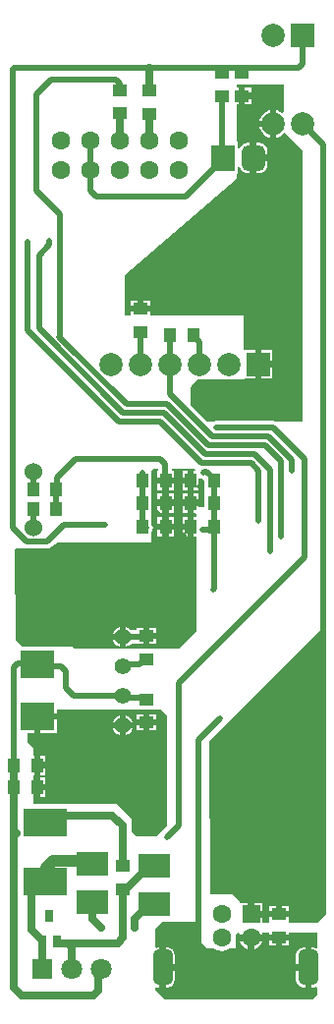
<source format=gbl>
G04*
G04 #@! TF.GenerationSoftware,Altium Limited,Altium Designer,19.1.5 (86)*
G04*
G04 Layer_Physical_Order=2*
G04 Layer_Color=16711680*
%FSLAX44Y44*%
%MOMM*%
G71*
G01*
G75*
%ADD10C,1.0000*%
%ADD15C,0.3000*%
%ADD19R,1.3000X1.0000*%
%ADD21R,3.0000X2.4000*%
%ADD24R,1.0000X1.3000*%
%ADD67C,0.5500*%
%ADD68C,1.6000*%
%ADD69C,2.0000*%
%ADD70R,2.0000X2.0000*%
%ADD71C,1.5240*%
%ADD72C,1.4000*%
%ADD73C,1.8000*%
%ADD74R,1.8000X1.8000*%
%ADD75R,1.6000X1.6000*%
G04:AMPARAMS|DCode=76|XSize=1.7mm|YSize=3mm|CornerRadius=0.425mm|HoleSize=0mm|Usage=FLASHONLY|Rotation=0.000|XOffset=0mm|YOffset=0mm|HoleType=Round|Shape=RoundedRectangle|*
%AMROUNDEDRECTD76*
21,1,1.7000,2.1500,0,0,0.0*
21,1,0.8500,3.0000,0,0,0.0*
1,1,0.8500,0.4250,-1.0750*
1,1,0.8500,-0.4250,-1.0750*
1,1,0.8500,-0.4250,1.0750*
1,1,0.8500,0.4250,1.0750*
%
%ADD76ROUNDEDRECTD76*%
%ADD77C,0.5000*%
%ADD78R,2.0000X2.2000*%
G04:AMPARAMS|DCode=79|XSize=2mm|YSize=2.2mm|CornerRadius=0.5mm|HoleSize=0mm|Usage=FLASHONLY|Rotation=180.000|XOffset=0mm|YOffset=0mm|HoleType=Round|Shape=RoundedRectangle|*
%AMROUNDEDRECTD79*
21,1,2.0000,1.2000,0,0,180.0*
21,1,1.0000,2.2000,0,0,180.0*
1,1,1.0000,-0.5000,0.6000*
1,1,1.0000,0.5000,0.6000*
1,1,1.0000,0.5000,-0.6000*
1,1,1.0000,-0.5000,-0.6000*
%
%ADD79ROUNDEDRECTD79*%
%ADD80R,0.8000X1.0000*%
%ADD81R,2.7000X2.0000*%
%ADD82R,3.7000X2.4500*%
%ADD83C,0.7000*%
G36*
X1390650Y975105D02*
X1389380Y974479D01*
X1387812Y975682D01*
X1384893Y976891D01*
X1384510Y976942D01*
Y965200D01*
Y953458D01*
X1384893Y953509D01*
X1387812Y954718D01*
X1390318Y956641D01*
X1390835Y957315D01*
X1392102Y957398D01*
X1407160Y942340D01*
X1407160Y708660D01*
X1384507D01*
X1384003Y708996D01*
X1381760Y709443D01*
X1332230D01*
X1329987Y708996D01*
X1329483Y708660D01*
X1324834D01*
X1310640Y722855D01*
X1310640Y737870D01*
X1313180Y741680D01*
X1316774Y745274D01*
X1318260Y745078D01*
X1321391Y745490D01*
X1340529D01*
X1343660Y745078D01*
X1346791Y745490D01*
X1356360Y745490D01*
X1357340Y746190D01*
X1357630Y746190D01*
X1366310D01*
Y758190D01*
Y770190D01*
X1357630D01*
X1357060Y770190D01*
X1356360Y771170D01*
Y800114D01*
X1275960D01*
Y803380D01*
X1267460D01*
X1258960D01*
Y800114D01*
X1253604D01*
Y834741D01*
X1350010Y918210D01*
Y921990D01*
X1351580D01*
Y927860D01*
X1352760Y928163D01*
X1353466Y926460D01*
X1354588Y924997D01*
X1356050Y923876D01*
X1357753Y923170D01*
X1359580Y922930D01*
X1361830D01*
Y935990D01*
Y949050D01*
X1359580D01*
X1357753Y948810D01*
X1356050Y948104D01*
X1354588Y946982D01*
X1353466Y945520D01*
X1352760Y943817D01*
X1351580Y944120D01*
Y949990D01*
X1350010D01*
Y982330D01*
X1351853D01*
Y989330D01*
Y996330D01*
X1350010D01*
Y999490D01*
X1390650D01*
X1390650Y975105D01*
D02*
G37*
G36*
X1282996Y668020D02*
Y666360D01*
X1282050D01*
Y660610D01*
X1289050D01*
X1296050D01*
Y666360D01*
X1294721D01*
Y668020D01*
X1314330Y668020D01*
X1314624Y667630D01*
X1313990Y666360D01*
X1313390D01*
Y657860D01*
Y649360D01*
X1317640D01*
Y659398D01*
X1318910Y660077D01*
X1319589Y659624D01*
X1321832Y659177D01*
X1322640Y658043D01*
Y649580D01*
X1322640Y648360D01*
X1322640D01*
Y648310D01*
X1322640D01*
Y635000D01*
X1317752D01*
X1317640Y635022D01*
Y636060D01*
X1313390D01*
Y630310D01*
X1314612D01*
X1315720Y629040D01*
Y626760D01*
X1313390D01*
Y618260D01*
Y609760D01*
X1315720D01*
Y604520D01*
Y528574D01*
X1315974Y528320D01*
X1300480Y512826D01*
X1210564D01*
X1208532Y514858D01*
X1165860D01*
X1159510Y521208D01*
X1159259Y598540D01*
X1160155Y599440D01*
X1168658D01*
X1169626Y599247D01*
X1186770D01*
X1187738Y599440D01*
X1188847D01*
X1196340Y604520D01*
X1276350D01*
Y608760D01*
X1277050D01*
Y613840D01*
X1277721Y614844D01*
X1278148Y616990D01*
X1277721Y619136D01*
X1277050Y620140D01*
Y627760D01*
X1276350D01*
Y629310D01*
X1277050D01*
Y647090D01*
X1277050Y648310D01*
X1277050D01*
X1277050Y648360D01*
X1277050D01*
Y666750D01*
X1278046Y668020D01*
X1282996D01*
D02*
G37*
G36*
X1290320Y455930D02*
Y360680D01*
X1281430Y351790D01*
X1263650D01*
X1259840Y355600D01*
Y367030D01*
X1247140Y379730D01*
X1174750Y379730D01*
Y385200D01*
X1175490D01*
Y393700D01*
Y402200D01*
X1174750D01*
Y404250D01*
X1175810D01*
Y412750D01*
Y421250D01*
X1174750D01*
Y427990D01*
X1169670Y433070D01*
Y440660D01*
X1175810D01*
Y454660D01*
X1178560D01*
Y457410D01*
X1195560D01*
Y461010D01*
X1285240D01*
X1290320Y455930D01*
D02*
G37*
G36*
X1427480Y284734D02*
X1419606Y276860D01*
X1419352Y277114D01*
X1396486D01*
X1395340Y277414D01*
X1395340Y278384D01*
Y281664D01*
X1378340D01*
Y277414D01*
X1377194Y277114D01*
X1372710D01*
Y281460D01*
X1362710D01*
Y284210D01*
X1359960D01*
Y294210D01*
X1353312D01*
Y295148D01*
X1346962Y301498D01*
X1327404D01*
X1326388Y433070D01*
X1421384Y528066D01*
X1427480D01*
Y284734D01*
D02*
G37*
G36*
X1320292Y259588D02*
X1324864Y255016D01*
X1330805D01*
X1331763Y254282D01*
X1334438Y253173D01*
X1337310Y252795D01*
X1340182Y253173D01*
X1342858Y254282D01*
X1343815Y255016D01*
X1349248D01*
Y265938D01*
X1351504Y268194D01*
X1352398Y268130D01*
X1353150Y266942D01*
X1353025Y266640D01*
X1372395D01*
X1372071Y267422D01*
X1372776Y268478D01*
X1378340D01*
Y267164D01*
X1395340D01*
Y268478D01*
X1419860D01*
Y255916D01*
X1418590Y255195D01*
X1416490Y255612D01*
X1414990D01*
Y238490D01*
Y221368D01*
X1416490D01*
X1418590Y221785D01*
X1419860Y221064D01*
Y215392D01*
X1415288Y210820D01*
X1288288D01*
X1280414Y218694D01*
Y220734D01*
X1281396Y221539D01*
X1282260Y221368D01*
X1283760D01*
Y238490D01*
Y255612D01*
X1282260D01*
X1281186Y255399D01*
X1280692Y255804D01*
X1280163Y256489D01*
X1280414Y271526D01*
X1287018Y278130D01*
X1320292D01*
Y259588D01*
D02*
G37*
%LPC*%
G36*
X1363103Y996330D02*
X1357353D01*
Y992080D01*
X1363103D01*
Y996330D01*
D02*
G37*
G36*
Y986580D02*
X1357353D01*
Y982330D01*
X1363103D01*
Y986580D01*
D02*
G37*
G36*
X1379010Y976942D02*
X1378627Y976891D01*
X1375708Y975682D01*
X1373201Y973758D01*
X1371278Y971252D01*
X1370069Y968333D01*
X1370018Y967950D01*
X1379010D01*
Y976942D01*
D02*
G37*
G36*
Y962450D02*
X1370018D01*
X1370069Y962067D01*
X1371278Y959148D01*
X1373201Y956641D01*
X1375708Y954718D01*
X1378627Y953509D01*
X1379010Y953458D01*
Y962450D01*
D02*
G37*
G36*
X1369580Y949050D02*
X1367330D01*
Y938740D01*
X1376640D01*
Y941990D01*
X1376400Y943817D01*
X1375694Y945520D01*
X1374572Y946982D01*
X1373110Y948104D01*
X1371407Y948810D01*
X1369580Y949050D01*
D02*
G37*
G36*
X1376640Y933240D02*
X1367330D01*
Y922930D01*
X1369580D01*
X1371407Y923170D01*
X1373110Y923876D01*
X1374572Y924997D01*
X1375694Y926460D01*
X1376400Y928163D01*
X1376640Y929990D01*
Y933240D01*
D02*
G37*
G36*
X1275960Y813130D02*
X1270210D01*
Y808880D01*
X1275960D01*
Y813130D01*
D02*
G37*
G36*
X1264710D02*
X1258960D01*
Y808880D01*
X1264710D01*
Y813130D01*
D02*
G37*
G36*
X1371810Y770190D02*
Y760940D01*
X1381060D01*
Y770190D01*
X1371810D01*
D02*
G37*
G36*
X1381060Y755440D02*
X1371810D01*
Y746190D01*
X1381060D01*
Y755440D01*
D02*
G37*
G36*
X1307890Y666360D02*
X1303640D01*
Y660610D01*
X1307890D01*
Y666360D01*
D02*
G37*
G36*
Y655110D02*
X1303640D01*
Y649360D01*
X1307890D01*
Y655110D01*
D02*
G37*
G36*
X1296050Y655110D02*
X1291800D01*
Y649360D01*
X1296050D01*
Y655110D01*
D02*
G37*
G36*
X1286300D02*
X1282050D01*
Y649360D01*
X1286300D01*
Y655110D01*
D02*
G37*
G36*
X1317640Y647310D02*
X1313390D01*
Y641560D01*
X1317640D01*
Y647310D01*
D02*
G37*
G36*
X1296050D02*
X1291800D01*
Y641560D01*
X1296050D01*
Y647310D01*
D02*
G37*
G36*
X1307890D02*
X1303640D01*
Y641560D01*
X1307890D01*
Y647310D01*
D02*
G37*
G36*
X1286300D02*
X1282050D01*
Y641560D01*
X1286300D01*
Y647310D01*
D02*
G37*
G36*
X1307890Y636060D02*
X1303640D01*
Y630310D01*
X1307890D01*
Y636060D01*
D02*
G37*
G36*
X1296050D02*
X1291800D01*
Y630310D01*
X1296050D01*
Y636060D01*
D02*
G37*
G36*
X1286300D02*
X1282050D01*
Y630310D01*
X1286300D01*
Y636060D01*
D02*
G37*
G36*
X1296050Y626760D02*
X1291800D01*
Y621010D01*
X1296050D01*
Y626760D01*
D02*
G37*
G36*
X1307890D02*
X1303640D01*
Y621010D01*
X1307890D01*
Y626760D01*
D02*
G37*
G36*
X1286300D02*
X1282050D01*
Y621010D01*
X1286300D01*
Y626760D01*
D02*
G37*
G36*
X1307890Y615510D02*
X1303640D01*
Y609760D01*
X1307890D01*
Y615510D01*
D02*
G37*
G36*
X1296050D02*
X1291800D01*
Y609760D01*
X1296050D01*
Y615510D01*
D02*
G37*
G36*
X1286300D02*
X1282050D01*
Y609760D01*
X1286300D01*
Y615510D01*
D02*
G37*
G36*
X1281040Y531190D02*
X1275290D01*
Y526940D01*
X1281040D01*
Y531190D01*
D02*
G37*
G36*
X1249470Y531842D02*
X1247681Y531101D01*
X1245801Y529659D01*
X1244359Y527779D01*
X1243618Y525990D01*
X1249470D01*
Y531842D01*
D02*
G37*
G36*
X1281040Y521440D02*
X1275290D01*
Y517190D01*
X1281040D01*
Y521440D01*
D02*
G37*
G36*
X1254970Y531842D02*
Y523240D01*
Y514638D01*
X1256759Y515378D01*
X1258639Y516821D01*
X1259430Y517852D01*
X1264040D01*
Y517190D01*
X1269790D01*
Y524190D01*
Y531190D01*
X1264040D01*
Y529578D01*
X1258701D01*
X1258639Y529659D01*
X1256759Y531101D01*
X1254970Y531842D01*
D02*
G37*
G36*
X1249470Y520490D02*
X1243618D01*
X1244359Y518701D01*
X1245801Y516821D01*
X1247681Y515378D01*
X1249470Y514638D01*
Y520490D01*
D02*
G37*
G36*
X1281040Y456580D02*
X1275290D01*
Y452330D01*
X1281040D01*
Y456580D01*
D02*
G37*
G36*
X1269790D02*
X1264040D01*
Y452330D01*
X1269790D01*
Y456580D01*
D02*
G37*
G36*
X1254970Y455642D02*
Y449790D01*
X1260822D01*
X1260081Y451579D01*
X1258639Y453459D01*
X1256759Y454902D01*
X1254970Y455642D01*
D02*
G37*
G36*
X1249470D02*
X1247681Y454902D01*
X1245801Y453459D01*
X1244359Y451579D01*
X1243618Y449790D01*
X1249470D01*
Y455642D01*
D02*
G37*
G36*
X1281040Y446830D02*
X1275290D01*
Y442580D01*
X1281040D01*
Y446830D01*
D02*
G37*
G36*
X1269790D02*
X1264040D01*
Y442580D01*
X1269790D01*
Y446830D01*
D02*
G37*
G36*
X1195560Y451910D02*
X1181310D01*
Y440660D01*
X1195560D01*
Y451910D01*
D02*
G37*
G36*
X1260822Y444290D02*
X1254970D01*
Y438438D01*
X1256759Y439179D01*
X1258639Y440621D01*
X1260081Y442501D01*
X1260822Y444290D01*
D02*
G37*
G36*
X1249470D02*
X1243618D01*
X1244359Y442501D01*
X1245801Y440621D01*
X1247681Y439179D01*
X1249470Y438438D01*
Y444290D01*
D02*
G37*
G36*
X1185560Y421250D02*
X1181310D01*
Y415500D01*
X1185560D01*
Y421250D01*
D02*
G37*
G36*
Y410000D02*
X1181310D01*
Y404250D01*
X1185560D01*
Y410000D01*
D02*
G37*
G36*
X1185240Y402200D02*
X1180990D01*
Y396450D01*
X1185240D01*
Y402200D01*
D02*
G37*
G36*
Y390950D02*
X1180990D01*
Y385200D01*
X1185240D01*
Y390950D01*
D02*
G37*
G36*
X1395340Y291414D02*
X1389590D01*
Y287164D01*
X1395340D01*
Y291414D01*
D02*
G37*
G36*
X1384090D02*
X1378340D01*
Y287164D01*
X1384090D01*
Y291414D01*
D02*
G37*
G36*
X1372710Y294210D02*
X1365460D01*
Y286960D01*
X1372710D01*
Y294210D01*
D02*
G37*
G36*
X1395340Y261664D02*
X1389590D01*
Y257414D01*
X1395340D01*
Y261664D01*
D02*
G37*
G36*
X1384090D02*
X1378340D01*
Y257414D01*
X1384090D01*
Y261664D01*
D02*
G37*
G36*
X1372395Y261140D02*
X1365460D01*
Y254205D01*
X1367753Y255155D01*
X1369842Y256758D01*
X1371445Y258847D01*
X1372395Y261140D01*
D02*
G37*
G36*
X1359960D02*
X1353025D01*
X1353975Y258847D01*
X1355578Y256758D01*
X1357667Y255155D01*
X1359960Y254205D01*
Y261140D01*
D02*
G37*
G36*
X1409490Y255612D02*
X1407990D01*
X1405551Y255127D01*
X1403484Y253746D01*
X1402103Y251679D01*
X1401618Y249240D01*
Y241240D01*
X1409490D01*
Y255612D01*
D02*
G37*
G36*
X1290760D02*
X1289260D01*
Y241240D01*
X1297132D01*
Y249240D01*
X1296647Y251679D01*
X1295266Y253746D01*
X1293199Y255127D01*
X1290760Y255612D01*
D02*
G37*
G36*
X1409490Y235740D02*
X1401618D01*
Y227740D01*
X1402103Y225301D01*
X1403484Y223234D01*
X1405551Y221853D01*
X1407990Y221368D01*
X1409490D01*
Y235740D01*
D02*
G37*
G36*
X1297132D02*
X1289260D01*
Y221368D01*
X1290760D01*
X1293199Y221853D01*
X1295266Y223234D01*
X1296647Y225301D01*
X1297132Y227740D01*
Y235740D01*
D02*
G37*
%LPD*%
D10*
X1186180Y324342D02*
X1192038Y330200D01*
X1222990D01*
X1225550Y327640D01*
X1186180Y313420D02*
Y324342D01*
X1184910Y312150D02*
X1186180Y313420D01*
D15*
X1334270Y940300D02*
X1335060Y939510D01*
D19*
X1249680Y994410D02*
D03*
Y974410D02*
D03*
X1275080Y994090D02*
D03*
Y974090D02*
D03*
X1386840Y284414D02*
D03*
Y264414D02*
D03*
X1267460Y786130D02*
D03*
Y806130D02*
D03*
X1338093Y1009330D02*
D03*
Y989330D02*
D03*
X1354603D02*
D03*
Y1009330D02*
D03*
X1272540Y504190D02*
D03*
Y524190D02*
D03*
Y449580D02*
D03*
Y469580D02*
D03*
X1252220Y306120D02*
D03*
Y326120D02*
D03*
D21*
X1178561Y499661D02*
D03*
X1178560Y454660D02*
D03*
D24*
X1313180Y783590D02*
D03*
X1293180D02*
D03*
X1330640Y618260D02*
D03*
X1310640D02*
D03*
Y638810D02*
D03*
X1330640D02*
D03*
Y657860D02*
D03*
X1310640D02*
D03*
X1289050Y618260D02*
D03*
X1269050D02*
D03*
Y638810D02*
D03*
X1289050D02*
D03*
X1269050Y657860D02*
D03*
X1289050D02*
D03*
X1194750Y633730D02*
D03*
X1174750D02*
D03*
X1194750Y650240D02*
D03*
X1174750D02*
D03*
X1158240Y393700D02*
D03*
X1178240D02*
D03*
X1158560Y412750D02*
D03*
X1178560D02*
D03*
D67*
X1424686Y947674D02*
X1424686Y494030D01*
X1407160Y965200D02*
X1424686Y947674D01*
X1174750Y617480D02*
Y633730D01*
Y650240D02*
Y665480D01*
X1317498Y434848D02*
X1336040Y453390D01*
X1317498Y272167D02*
Y434848D01*
X1286510Y238490D02*
Y244990D01*
X1329690Y563626D02*
X1330640Y564576D01*
Y618260D01*
X1267460Y758190D02*
Y781370D01*
X1224280Y908050D02*
X1229360Y902970D01*
X1224280Y908050D02*
Y925830D01*
X1229360Y902970D02*
X1306560D01*
X1338580Y934990D01*
Y935990D01*
X1224280Y925830D02*
Y951230D01*
X1338093Y936477D02*
X1338580Y935990D01*
X1338093Y936477D02*
Y989330D01*
X1313180Y782090D02*
Y783590D01*
Y782090D02*
X1318260Y777010D01*
Y758190D02*
Y777010D01*
X1293020Y758350D02*
Y783430D01*
X1293180Y783590D01*
X1292860Y758190D02*
X1293020Y758350D01*
X1272065Y523715D02*
X1272540Y524190D01*
X1252695Y523715D02*
X1272065D01*
X1252220Y523240D02*
X1252695Y523715D01*
X1284558Y676910D02*
X1288858Y672610D01*
Y658052D02*
Y672610D01*
Y658052D02*
X1289050Y657860D01*
X1211580Y676910D02*
X1284558D01*
X1195070Y660400D02*
X1211580Y676910D01*
X1195070Y650560D02*
Y660400D01*
X1194750Y650240D02*
X1195070Y650560D01*
X1194750Y633730D02*
Y650240D01*
X1321832Y665040D02*
X1322392Y665600D01*
X1319530Y673100D02*
X1362710D01*
X1283970Y708660D02*
X1319530Y673100D01*
X1323270Y680720D02*
X1365697D01*
X1287410Y716580D02*
X1323270Y680720D01*
X1326017Y688580D02*
X1374723D01*
X1290517Y724080D02*
X1326017Y688580D01*
X1329123Y696080D02*
X1377830D01*
X1292860Y732343D02*
X1329123Y696080D01*
X1324400Y665600D02*
X1330640Y659360D01*
X1322392Y665600D02*
X1324400D01*
X1269050Y657860D02*
X1269050Y657860D01*
Y638810D02*
Y657860D01*
Y638810D02*
X1269050Y638810D01*
Y618260D02*
Y638810D01*
X1330640Y657860D02*
Y659360D01*
Y638810D02*
Y657860D01*
Y618260D02*
Y638810D01*
X1320800Y615950D02*
X1328390D01*
X1300480Y360680D02*
Y483870D01*
X1290320Y350520D02*
X1300480Y360680D01*
Y483870D02*
X1408430Y591820D01*
X1177290Y908050D02*
Y990600D01*
Y908050D02*
X1197610Y887730D01*
Y781879D02*
Y887730D01*
X1179830Y788954D02*
Y852170D01*
X1388110Y609600D02*
Y675193D01*
X1379220Y596900D02*
Y667197D01*
X1365697Y680720D02*
X1379220Y667197D01*
X1179830Y852170D02*
X1188720Y861060D01*
Y864679D01*
X1369060Y623570D02*
Y666750D01*
X1362710Y673100D02*
X1369060Y666750D01*
X1374723Y688580D02*
X1388110Y675193D01*
X1248410Y708660D02*
X1283970D01*
X1169670Y787400D02*
X1248410Y708660D01*
X1169670Y787400D02*
Y864075D01*
X1408430Y591820D02*
Y676910D01*
X1397858Y666750D02*
Y676052D01*
X1377830Y696080D02*
X1397858Y676052D01*
X1381760Y703580D02*
X1408430Y676910D01*
X1332230Y703580D02*
X1381760D01*
X1179830Y788954D02*
X1252204Y716580D01*
X1287410D01*
X1177290Y990600D02*
X1189990Y1003300D01*
X1246458D01*
X1249680Y1000078D01*
Y994410D02*
Y1000078D01*
X1255310Y724080D02*
X1290517D01*
X1292860Y732343D02*
Y758190D01*
X1197561Y781830D02*
X1255310Y724080D01*
X1169626Y605110D02*
X1186770D01*
X1157090Y617646D02*
X1169626Y605110D01*
X1157090Y617646D02*
Y1012310D01*
X1186770Y605110D02*
X1201560Y619900D01*
X1157090Y1012310D02*
X1157605Y1012825D01*
X1201560Y619900D02*
X1237120D01*
X1271040Y504190D02*
X1272540D01*
X1266316Y499466D02*
X1271040Y504190D01*
X1253846Y499466D02*
X1266316D01*
X1252220Y497840D02*
X1253846Y499466D01*
X1275080Y1013460D02*
X1403350D01*
X1158240D02*
X1275080D01*
X1403350D02*
X1407160Y1017270D01*
Y1041400D01*
X1364580Y935990D02*
Y938208D01*
X1158400Y412590D02*
Y497158D01*
X1161622Y500380D01*
X1177842D01*
X1178561Y499661D01*
X1202690Y479472D02*
X1209722Y472440D01*
X1252220D01*
X1202690Y479472D02*
Y494030D01*
X1198880Y497840D02*
X1202690Y494030D01*
X1180382Y497840D02*
X1198880D01*
X1178561Y499661D02*
X1180382Y497840D01*
X1252220Y472440D02*
X1253650Y471010D01*
X1271110D01*
X1272540Y469580D01*
D68*
X1300480Y951230D02*
D03*
Y925830D02*
D03*
X1275080Y951230D02*
D03*
Y925830D02*
D03*
X1198880D02*
D03*
Y951230D02*
D03*
X1224280Y925830D02*
D03*
Y951230D02*
D03*
X1249680Y925830D02*
D03*
Y951230D02*
D03*
X1337310Y284210D02*
D03*
X1362710Y263890D02*
D03*
X1337310D02*
D03*
D69*
X1381760Y965200D02*
D03*
X1407160D02*
D03*
X1381760Y1041400D02*
D03*
X1242060Y758190D02*
D03*
X1267460D02*
D03*
X1292860D02*
D03*
X1318260D02*
D03*
X1343660D02*
D03*
D70*
X1407160Y1041400D02*
D03*
X1369060Y758190D02*
D03*
D71*
X1174750Y617480D02*
D03*
Y665480D02*
D03*
D72*
X1252220Y447040D02*
D03*
Y472440D02*
D03*
Y523240D02*
D03*
Y497840D02*
D03*
D73*
X1233170Y237220D02*
D03*
X1207770D02*
D03*
D74*
X1182370D02*
D03*
D75*
X1362710Y284210D02*
D03*
D76*
X1412240Y238490D02*
D03*
X1286510D02*
D03*
D77*
X1384554Y472186D02*
D03*
X1176528Y533400D02*
D03*
X1329690Y563626D02*
D03*
X1302662Y852170D02*
D03*
X1320800Y723900D02*
D03*
X1289050Y662940D02*
D03*
X1269170Y665040D02*
D03*
X1321832Y665040D02*
D03*
X1318260Y652780D02*
D03*
X1281499Y630040D02*
D03*
X1272540Y616990D02*
D03*
X1320800Y615950D02*
D03*
X1304865Y610175D02*
D03*
X1388110Y609600D02*
D03*
X1379220Y596900D02*
D03*
X1188720Y864679D02*
D03*
X1369060Y623570D02*
D03*
X1397858Y666750D02*
D03*
X1332230Y703580D02*
D03*
X1237120Y619900D02*
D03*
X1267460Y361950D02*
D03*
X1336040Y453390D02*
D03*
X1334770Y392430D02*
D03*
X1160780Y354330D02*
D03*
X1290320Y350520D02*
D03*
X1169670Y864075D02*
D03*
X1191578Y389572D02*
D03*
X1262380Y273050D02*
D03*
X1233170D02*
D03*
D78*
X1338580Y935990D02*
D03*
D79*
X1364580D02*
D03*
D80*
X1182370Y261010D02*
D03*
X1195070D02*
D03*
X1188720Y282940D02*
D03*
D81*
X1278890Y326390D02*
D03*
Y293390D02*
D03*
X1225550Y327640D02*
D03*
Y294640D02*
D03*
D82*
X1184910Y363650D02*
D03*
Y312150D02*
D03*
D83*
X1158240Y354330D02*
Y356870D01*
X1275080Y994090D02*
Y1013460D01*
X1158240Y220980D02*
Y354330D01*
Y220980D02*
X1164590Y214630D01*
X1160780Y354330D02*
X1160910Y354200D01*
X1231065Y235115D02*
X1233170Y237220D01*
X1164590Y214630D02*
X1226820D01*
X1231065Y218875D01*
Y235115D01*
X1233170Y237220D02*
X1234440Y235950D01*
X1158240Y356870D02*
X1160780Y354330D01*
X1249680Y951230D02*
Y974410D01*
X1275080Y951230D02*
Y974090D01*
X1158240Y393700D02*
X1158400Y393860D01*
Y412590D01*
X1158560Y412750D01*
X1158240Y356870D02*
Y393700D01*
X1262380Y280380D02*
X1275390Y293390D01*
X1262380Y273050D02*
Y280380D01*
X1252220Y264160D02*
Y306120D01*
X1247570Y259510D02*
X1252220Y264160D01*
X1204980Y259510D02*
X1247570D01*
X1225550Y280670D02*
X1233170Y273050D01*
X1225550Y280670D02*
Y294640D01*
X1252220Y306120D02*
X1253720Y307620D01*
X1256620D01*
X1275390Y326390D01*
X1278890D01*
X1275390Y293390D02*
X1278890D01*
X1177290Y237220D02*
X1177290Y237220D01*
X1190670Y369410D02*
X1243220D01*
X1184910Y363650D02*
X1190670Y369410D01*
X1243220D02*
X1252220Y360410D01*
Y326120D02*
Y360410D01*
X1281280Y293390D02*
X1287780Y286890D01*
X1278890Y293390D02*
X1281280D01*
X1184910Y312150D02*
X1186180Y310880D01*
X1173480Y270901D02*
Y303400D01*
X1182230Y312150D01*
X1184910D01*
X1173480Y270901D02*
X1182370Y262010D01*
Y261010D02*
Y262010D01*
X1278890Y326390D02*
X1282170Y329670D01*
X1204980Y259510D02*
X1207770Y256720D01*
X1195570Y259510D02*
X1204980D01*
X1195070Y260010D02*
X1195570Y259510D01*
X1195070Y260010D02*
Y261010D01*
X1207770Y237220D02*
Y256720D01*
X1182370Y261010D02*
X1182370Y261010D01*
X1182370Y237220D02*
Y261010D01*
M02*

</source>
